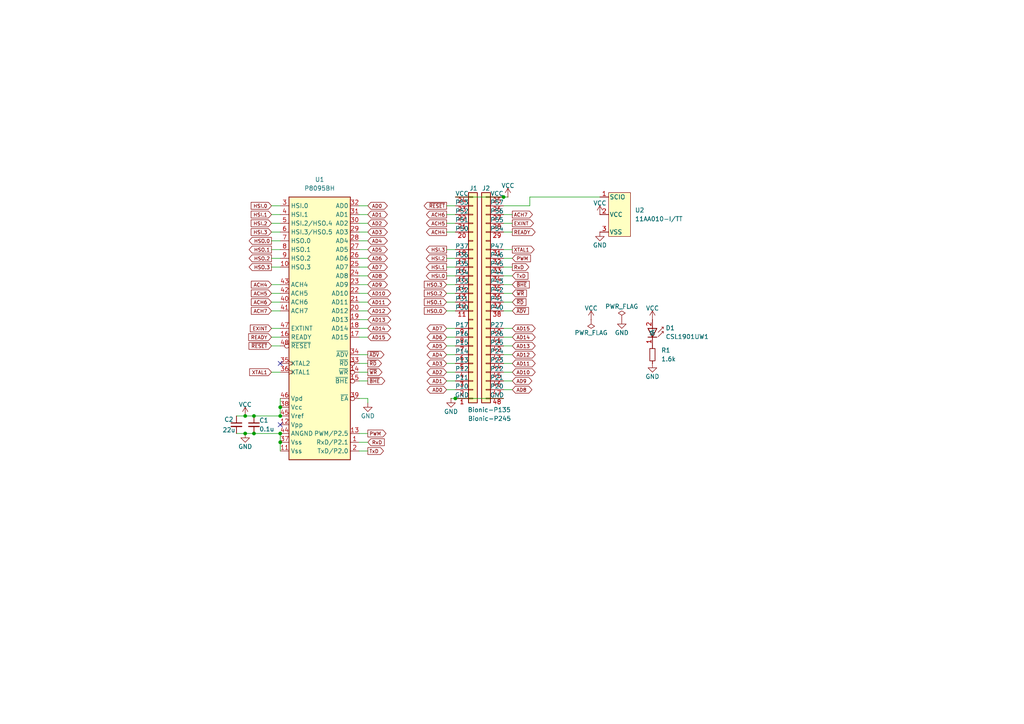
<source format=kicad_sch>
(kicad_sch (version 20250114) (generator "eeschema") (generator_version "9.0")
  (paper "A4")
  (title_block (title "BionicP8095") (date "2025-06-17") (rev "1") (company "Tadashi G. Takaoka"))
  (lib_symbols
    (symbol "Device:C_Small" (pin_numbers (hide yes)) (pin_names (offset 0.254) (hide yes))
      (property "Reference" "C" (at 0.254 1.778 0))
      (property "Value" "C_Small" (at 0.254 -2.032 0))
      (symbol "C_Small_0_1"
        (polyline (pts (xy -1.524 0.508) (xy 1.524 0.508)) (stroke (width 0.3048)))
        (polyline (pts (xy -1.524 -0.508) (xy 1.524 -0.508)) (stroke (width 0.3302)))
      )
      (symbol "C_Small_1_1"
        (pin passive line (at 0 2.54 270) (length 2.032) (name "~") (number "1"))
        (pin passive line (at 0 -2.54 90) (length 2.032) (name "~") (number "2"))
      )
    )
    (symbol "Device:R_Small" (pin_numbers (hide yes)) (pin_names (offset 0.254) (hide yes))
      (property "Reference" "R" (at 0 0 90))
      (property "Value" "R_Small" (at 1.778 0 90))
      (symbol "R_Small_0_1"
        (rectangle (start -0.762 1.778) (end 0.762 -1.778) (stroke (width 0.2032)))
      )
      (symbol "R_Small_1_1"
        (pin passive line (at 0 2.54 270) (length 0.762) (name "~") (number "1"))
        (pin passive line (at 0 -2.54 90) (length 0.762) (name "~") (number "2"))
      )
    )
    (symbol "bionic:Bionic-P135" (pin_names (offset 0))
      (property "Reference" "J" (at 0 30.48 0))
      (property "Value" "Bionic-P135" (at -1.27 -33.02 0))
      (symbol "Bionic-P135_1_1"
        (rectangle (start 0 28.067) (end -1.27 27.813) (stroke (width 0.1524)))
        (rectangle (start 0 25.527) (end -1.27 25.273) (stroke (width 0.1524)))
        (rectangle (start 0 22.987) (end -1.27 22.733) (stroke (width 0.1524)))
        (rectangle (start 0 20.447) (end -1.27 20.193) (stroke (width 0.1524)))
        (rectangle (start 0 17.907) (end -1.27 17.653) (stroke (width 0.1524)))
        (rectangle (start 0 15.367) (end -1.27 15.113) (stroke (width 0.1524)))
        (rectangle (start 0 12.827) (end -1.27 12.573) (stroke (width 0.1524)))
        (rectangle (start 0 10.287) (end -1.27 10.033) (stroke (width 0.1524)))
        (rectangle (start 0 7.747) (end -1.27 7.493) (stroke (width 0.1524)))
        (rectangle (start 0 5.207) (end -1.27 4.953) (stroke (width 0.1524)))
        (rectangle (start 0 2.667) (end -1.27 2.413) (stroke (width 0.1524)))
        (rectangle (start 0 0.127) (end -1.27 -0.127) (stroke (width 0.1524)))
        (rectangle (start 0 -2.413) (end -1.27 -2.667) (stroke (width 0.1524)))
        (rectangle (start 0 -4.953) (end -1.27 -5.207) (stroke (width 0.1524)))
        (rectangle (start 0 -7.493) (end -1.27 -7.747) (stroke (width 0.1524)))
        (rectangle (start 0 -10.033) (end -1.27 -10.287) (stroke (width 0.1524)))
        (rectangle (start 0 -12.573) (end -1.27 -12.827) (stroke (width 0.1524)))
        (rectangle (start 0 -15.113) (end -1.27 -15.367) (stroke (width 0.1524)))
        (rectangle (start 0 -17.653) (end -1.27 -17.907) (stroke (width 0.1524)))
        (rectangle (start 0 -20.193) (end -1.27 -20.447) (stroke (width 0.1524)))
        (rectangle (start 0 -22.733) (end -1.27 -22.987) (stroke (width 0.1524)))
        (rectangle (start 0 -25.273) (end -1.27 -25.527) (stroke (width 0.1524)))
        (rectangle (start 0 -27.813) (end -1.27 -28.067) (stroke (width 0.1524)))
        (rectangle (start 0 -30.353) (end -1.27 -30.607) (stroke (width 0.1524)))
        (rectangle (start 1.27 29.21) (end -1.27 -31.75) (stroke (width 0.254)) (fill (type background)))
        (pin power_in line (at -5.08 27.94 0) (length 3.81) (name "VCC") (number "24"))
        (pin bidirectional line (at -5.08 25.4 0) (length 3.81) (name "P53") (number "23"))
        (pin bidirectional line (at -5.08 22.86 0) (length 3.81) (name "P52") (number "22"))
        (pin bidirectional line (at -5.08 20.32 0) (length 3.81) (name "P51") (number "21"))
        (pin bidirectional line (at -5.08 17.78 0) (length 3.81) (name "P50") (number "20"))
        (pin bidirectional line (at -5.08 12.7 0) (length 3.81) (name "P37") (number "18"))
        (pin bidirectional line (at -5.08 10.16 0) (length 3.81) (name "P36") (number "17"))
        (pin bidirectional line (at -5.08 7.62 0) (length 3.81) (name "P35") (number "16"))
        (pin bidirectional line (at -5.08 5.08 0) (length 3.81) (name "P34") (number "15"))
        (pin bidirectional line (at -5.08 2.54 0) (length 3.81) (name "P33") (number "14"))
        (pin bidirectional line (at -5.08 0 0) (length 3.81) (name "P32") (number "13"))
        (pin bidirectional line (at -5.08 -2.54 0) (length 3.81) (name "P31") (number "12"))
        (pin bidirectional line (at -5.08 -5.08 0) (length 3.81) (name "P30") (number "11"))
        (pin bidirectional line (at -5.08 -10.16 0) (length 3.81) (name "P17") (number "9"))
        (pin bidirectional line (at -5.08 -12.7 0) (length 3.81) (name "P16") (number "8"))
        (pin bidirectional line (at -5.08 -15.24 0) (length 3.81) (name "P15") (number "7"))
        (pin bidirectional line (at -5.08 -17.78 0) (length 3.81) (name "P14") (number "6"))
        (pin bidirectional line (at -5.08 -20.32 0) (length 3.81) (name "P13") (number "5"))
        (pin bidirectional line (at -5.08 -22.86 0) (length 3.81) (name "P12") (number "4"))
        (pin bidirectional line (at -5.08 -25.4 0) (length 3.81) (name "P11") (number "3"))
        (pin bidirectional line (at -5.08 -27.94 0) (length 3.81) (name "P10") (number "2"))
        (pin power_in line (at -5.08 -30.48 0) (length 3.81) (name "GND") (number "1"))
      )
    )
    (symbol "bionic:Bionic-P245" (pin_names (offset 0))
      (property "Reference" "J" (at -3.81 30.48 0))
      (property "Value" "Bionic-P245" (at -1.27 -33.02 0))
      (symbol "Bionic-P245_1_1"
        (rectangle (start -2.54 29.21) (end -5.08 -31.75) (stroke (width 0.254)) (fill (type background)))
        (rectangle (start -2.54 27.813) (end -3.81 28.067) (stroke (width 0.1524)))
        (rectangle (start -2.54 25.273) (end -3.81 25.527) (stroke (width 0.1524)))
        (rectangle (start -2.54 22.733) (end -3.81 22.987) (stroke (width 0.1524)))
        (rectangle (start -2.54 20.193) (end -3.81 20.447) (stroke (width 0.1524)))
        (rectangle (start -2.54 17.653) (end -3.81 17.907) (stroke (width 0.1524)))
        (rectangle (start -2.54 15.113) (end -3.81 15.367) (stroke (width 0.1524)))
        (rectangle (start -2.54 12.573) (end -3.81 12.827) (stroke (width 0.1524)))
        (rectangle (start -2.54 10.033) (end -3.81 10.287) (stroke (width 0.1524)))
        (rectangle (start -2.54 7.493) (end -3.81 7.747) (stroke (width 0.1524)))
        (rectangle (start -2.54 4.953) (end -3.81 5.207) (stroke (width 0.1524)))
        (rectangle (start -2.54 2.413) (end -3.81 2.667) (stroke (width 0.1524)))
        (rectangle (start -2.54 -0.127) (end -3.81 0.127) (stroke (width 0.1524)))
        (rectangle (start -2.54 -2.667) (end -3.81 -2.413) (stroke (width 0.1524)))
        (rectangle (start -2.54 -5.207) (end -3.81 -4.953) (stroke (width 0.1524)))
        (rectangle (start -2.54 -7.747) (end -3.81 -7.493) (stroke (width 0.1524)))
        (rectangle (start -2.54 -10.287) (end -3.81 -10.033) (stroke (width 0.1524)))
        (rectangle (start -2.54 -12.827) (end -3.81 -12.573) (stroke (width 0.1524)))
        (rectangle (start -2.54 -15.367) (end -3.81 -15.113) (stroke (width 0.1524)))
        (rectangle (start -2.54 -17.907) (end -3.81 -17.653) (stroke (width 0.1524)))
        (rectangle (start -2.54 -20.447) (end -3.81 -20.193) (stroke (width 0.1524)))
        (rectangle (start -2.54 -22.987) (end -3.81 -22.733) (stroke (width 0.1524)))
        (rectangle (start -2.54 -25.527) (end -3.81 -25.273) (stroke (width 0.1524)))
        (rectangle (start -2.54 -28.067) (end -3.81 -27.813) (stroke (width 0.1524)))
        (rectangle (start -2.54 -30.607) (end -3.81 -30.353) (stroke (width 0.1524)))
        (pin power_in line (at 1.27 27.94 180) (length 3.81) (name "VCC") (number "25"))
        (pin bidirectional line (at 1.27 25.4 180) (length 3.81) (name "P57") (number "26"))
        (pin bidirectional line (at 1.27 22.86 180) (length 3.81) (name "P56") (number "27"))
        (pin bidirectional line (at 1.27 20.32 180) (length 3.81) (name "P55") (number "28"))
        (pin bidirectional line (at 1.27 17.78 180) (length 3.81) (name "P54") (number "29"))
        (pin bidirectional line (at 1.27 12.7 180) (length 3.81) (name "P47") (number "31"))
        (pin bidirectional line (at 1.27 10.16 180) (length 3.81) (name "P46") (number "32"))
        (pin bidirectional line (at 1.27 7.62 180) (length 3.81) (name "P45") (number "33"))
        (pin bidirectional line (at 1.27 5.08 180) (length 3.81) (name "P44") (number "34"))
        (pin bidirectional line (at 1.27 2.54 180) (length 3.81) (name "P43") (number "35"))
        (pin bidirectional line (at 1.27 0 180) (length 3.81) (name "P42") (number "36"))
        (pin bidirectional line (at 1.27 -2.54 180) (length 3.81) (name "P41") (number "37"))
        (pin bidirectional line (at 1.27 -5.08 180) (length 3.81) (name "P40") (number "38"))
        (pin bidirectional line (at 1.27 -10.16 180) (length 3.81) (name "P27") (number "40"))
        (pin bidirectional line (at 1.27 -12.7 180) (length 3.81) (name "P26") (number "41"))
        (pin bidirectional line (at 1.27 -15.24 180) (length 3.81) (name "P25") (number "42"))
        (pin bidirectional line (at 1.27 -17.78 180) (length 3.81) (name "P24") (number "43"))
        (pin bidirectional line (at 1.27 -20.32 180) (length 3.81) (name "P23") (number "44"))
        (pin bidirectional line (at 1.27 -22.86 180) (length 3.81) (name "P22") (number "45"))
        (pin bidirectional line (at 1.27 -25.4 180) (length 3.81) (name "P21") (number "46"))
        (pin bidirectional line (at 1.27 -27.94 180) (length 3.81) (name "P20") (number "47"))
        (pin power_in line (at 1.27 -30.48 180) (length 3.81) (name "GND") (number "48"))
      )
    )
    (symbol "cpu:P8095BH"
      (property "Reference" "U" (at -1.27 39.37 0))
      (property "Value" "P8095BH" (at 0 -39.116 0))
      (symbol "P8095BH_0_0"
        (pin input line (at -11.43 35.56 0) (length 2.54) (name "HSI.0") (number "3"))
        (pin input line (at -11.43 33.02 0) (length 2.54) (name "HSI.1") (number "4"))
        (pin bidirectional line (at -11.43 30.48 0) (length 2.54) (name "HSI.2/HSO.4") (number "5"))
        (pin bidirectional line (at -11.43 27.94 0) (length 2.54) (name "HSI.3/HSO.5") (number "6"))
        (pin bidirectional line (at -11.43 7.62 0) (length 2.54) (name "ACH6") (number "40"))
        (pin bidirectional line (at -11.43 5.08 0) (length 2.54) (name "ACH7") (number "41"))
        (pin input line (at -11.43 -25.4 0) (length 2.54) (name "Vref") (number "45"))
        (pin power_in line (at -11.43 -33.02 0) (length 2.54) (name "Vss") (number "37"))
        (pin input inverted (at 11.43 -20.32 180) (length 2.54) (name "~{EA}") (number "39"))
      )
      (symbol "P8095BH_0_1"
        (rectangle (start -8.89 -38.1) (end 8.89 38.1) (stroke (width 0.254)) (fill (type background)))
      )
      (symbol "P8095BH_1_1"
        (pin output line (at -11.43 25.4 0) (length 2.54) (name "HSO.0") (number "7"))
        (pin output line (at -11.43 22.86 0) (length 2.54) (name "HSO.1") (number "8"))
        (pin output line (at -11.43 20.32 0) (length 2.54) (name "HSO.2") (number "9"))
        (pin output line (at -11.43 17.78 0) (length 2.54) (name "HSO.3") (number "10"))
        (pin bidirectional line (at -11.43 12.7 0) (length 2.54) (name "ACH4") (number "43"))
        (pin bidirectional line (at -11.43 10.16 0) (length 2.54) (name "ACH5") (number "42"))
        (pin input line (at -11.43 0 0) (length 2.54) (name "EXTINT") (number "47"))
        (pin input line (at -11.43 -2.54 0) (length 2.54) (name "READY") (number "16"))
        (pin input inverted (at -11.43 -5.08 0) (length 2.54) (name "~{RESET}") (number "48"))
        (pin output clock (at -11.43 -10.16 0) (length 2.54) (name "XTAL2") (number "35"))
        (pin input clock (at -11.43 -12.7 0) (length 2.54) (name "XTAL1") (number "36"))
        (pin power_in line (at -11.43 -20.32 0) (length 2.54) (name "Vpd") (number "46"))
        (pin power_in line (at -11.43 -22.86 0) (length 2.54) (name "Vcc") (number "38"))
        (pin passive line (at -11.43 -27.94 0) (length 2.54) (name "Vpp") (number "12"))
        (pin power_in line (at -11.43 -30.48 0) (length 2.54) (name "ANGND") (number "44"))
        (pin power_in line (at -11.43 -35.56 0) (length 2.54) (name "Vss") (number "11"))
        (pin bidirectional line (at 11.43 35.56 180) (length 2.54) (name "AD0") (number "32"))
        (pin bidirectional line (at 11.43 33.02 180) (length 2.54) (name "AD1") (number "31"))
        (pin bidirectional line (at 11.43 30.48 180) (length 2.54) (name "AD2") (number "30"))
        (pin bidirectional line (at 11.43 27.94 180) (length 2.54) (name "AD3") (number "29"))
        (pin bidirectional line (at 11.43 25.4 180) (length 2.54) (name "AD4") (number "28"))
        (pin bidirectional line (at 11.43 22.86 180) (length 2.54) (name "AD5") (number "27"))
        (pin bidirectional line (at 11.43 20.32 180) (length 2.54) (name "AD6") (number "26"))
        (pin bidirectional line (at 11.43 17.78 180) (length 2.54) (name "AD7") (number "25"))
        (pin bidirectional line (at 11.43 15.24 180) (length 2.54) (name "AD8") (number "24"))
        (pin bidirectional line (at 11.43 12.7 180) (length 2.54) (name "AD9") (number "23"))
        (pin bidirectional line (at 11.43 10.16 180) (length 2.54) (name "AD10") (number "22"))
        (pin bidirectional line (at 11.43 7.62 180) (length 2.54) (name "AD11") (number "21"))
        (pin bidirectional line (at 11.43 5.08 180) (length 2.54) (name "AD12") (number "20"))
        (pin bidirectional line (at 11.43 2.54 180) (length 2.54) (name "AD13") (number "19"))
        (pin bidirectional line (at 11.43 0 180) (length 2.54) (name "AD14") (number "18"))
        (pin bidirectional line (at 11.43 -2.54 180) (length 2.54) (name "AD15") (number "17"))
        (pin output line (at 11.43 -7.62 180) (length 2.54) (name "~{ADV}") (number "34"))
        (pin output inverted (at 11.43 -10.16 180) (length 2.54) (name "~{RD}") (number "33"))
        (pin output inverted (at 11.43 -12.7 180) (length 2.54) (name "~{WR}") (number "14"))
        (pin output inverted (at 11.43 -15.24 180) (length 2.54) (name "~{BHE}") (number "15"))
        (pin bidirectional line (at 11.43 -30.48 180) (length 2.54) (name "PWM/P2.5") (number "13"))
        (pin input line (at 11.43 -33.02 180) (length 2.54) (name "RxD/P2.1") (number "1"))
        (pin output line (at 11.43 -35.56 180) (length 2.54) (name "TxD/P2.0") (number "2"))
      )
    )
    (symbol "microchip:11AA010-I_TT" (pin_names (offset 0.254))
      (property "Reference" "U" (at 2.54 1.27 0))
      (property "Value" "11AA010-I/TT" (at 3.81 -13.97 0))
      (symbol "11AA010-I_TT_1_1"
        (rectangle (start 0 0) (end 6.35 -12.7) (fill (type background)))
        (pin bidirectional line (at -2.54 -1.27 0) (length 2.54) (name "SCIO") (number "1"))
        (pin power_in line (at -2.54 -6.35 0) (length 2.54) (name "VCC") (number "2"))
        (pin power_in line (at -2.54 -11.43 0) (length 2.54) (name "VSS") (number "3"))
      )
    )
    (symbol "power:GND" (power) (pin_numbers (hide yes)) (pin_names (offset 0) (hide yes))
      (property "Value" "GND" (at 0 -3.81 0))
      (symbol "GND_0_1"
        (polyline (pts (xy 0 0) (xy 0 -1.27) (xy 1.27 -1.27) (xy 0 -2.54) (xy -1.27 -1.27) (xy 0 -1.27)))
      )
      (symbol "GND_1_1"
        (pin power_in line (at 0 0 270) (length 0) (name "~") (number "1"))
      )
    )
    (symbol "power:PWR_FLAG" (power) (pin_numbers (hide yes)) (pin_names (offset 0) (hide yes))
      (property "Value" "PWR_FLAG" (at 0 3.81 0))
      (symbol "PWR_FLAG_0_0"
        (pin power_out line (at 0 0 90) (length 0) (name "~") (number "1"))
      )
      (symbol "PWR_FLAG_0_1"
        (polyline (pts (xy 0 0) (xy 0 1.27) (xy -1.016 1.905) (xy 0 2.54) (xy 1.016 1.905) (xy 0 1.27)))
      )
    )
    (symbol "power:VCC" (power) (pin_numbers (hide yes)) (pin_names (offset 0) (hide yes))
      (property "Value" "VCC" (at 0 3.556 0))
      (symbol "VCC_0_1"
        (polyline (pts (xy -0.762 1.27) (xy 0 2.54)))
        (polyline (pts (xy 0 2.54) (xy 0.762 1.27)))
        (polyline (pts (xy 0 0) (xy 0 2.54)))
      )
      (symbol "VCC_1_1"
        (pin power_in line (at 0 0 90) (length 0) (name "~") (number "1"))
      )
    )
    (symbol "rhom:CSL1901UW1" (pin_names (offset 0.254))
      (property "Reference" "D" (at 3.81 -2.54 0))
      (property "Value" "CSL1901UW1" (at 3.81 -5.08 0))
      (symbol "CSL1901UW1_0_1"
        (polyline (pts (xy 2.159 3.175) (xy 2.667 3.175)))
        (polyline (pts (xy 2.54 0) (xy 5.08 0)))
        (polyline (pts (xy 2.54 -1.27) (xy 5.08 0) (xy 2.54 1.27) (xy 2.54 -1.27)) (stroke (width 0.254)))
        (polyline (pts (xy 3.683 1.651) (xy 2.159 3.175) (xy 2.159 2.667)))
        (polyline (pts (xy 4.953 1.651) (xy 3.429 3.175) (xy 3.429 2.667) (xy 3.429 3.175) (xy 3.937 3.175)))
        (polyline (pts (xy 5.08 1.27) (xy 5.08 -1.27)) (stroke (width 0.254)))
      )
      (symbol "CSL1901UW1_1_1"
        (pin passive line (at 0 0 0) (length 2.54) (name "A") (number "2"))
        (pin passive line (at 7.62 0 180) (length 2.54) (name "K") (number "1"))
      )
      (symbol "CSL1901UW1_1_2"
        (polyline (pts (xy -5.08 8.255) (xy -5.08 7.62)) (stroke (width 0.2032)))
        (polyline (pts (xy -5.08 7.62) (xy -4.445 8.255)) (stroke (width 0.2032)))
        (polyline (pts (xy -4.445 10.16) (xy -4.445 9.525)) (stroke (width 0.2032)))
        (polyline (pts (xy -4.445 9.525) (xy -3.81 10.16)) (stroke (width 0.2032)))
        (polyline (pts (xy -4.445 8.255) (xy -5.08 8.255)) (stroke (width 0.2032)))
        (polyline (pts (xy -4.445 6.35) (xy -3.81 6.985)) (stroke (width 0.2032)))
        (polyline (pts (xy -3.81 10.16) (xy -4.445 10.16)) (stroke (width 0.2032)))
        (polyline (pts (xy -3.81 8.255) (xy -3.175 8.89)) (stroke (width 0.2032)))
        (polyline (pts (xy -3.81 6.985) (xy -5.08 8.255)) (stroke (width 0.2032)))
        (polyline (pts (xy -3.175 8.89) (xy -4.445 10.16)) (stroke (width 0.2032)))
        (polyline (pts (xy -3.175 5.08) (xy -4.445 6.35)) (stroke (width 0.2032)))
        (polyline (pts (xy -2.54 6.985) (xy -3.81 8.255)) (stroke (width 0.2032)))
        (polyline (pts (xy -1.905 3.81) (xy 1.905 3.81)) (stroke (width 0.2032)))
        (polyline (pts (xy 0 6.35) (xy -1.905 3.81)) (stroke (width 0.2032)))
        (polyline (pts (xy 0 6.35) (xy 0 7.62)) (stroke (width 0.2032)))
        (polyline (pts (xy 0 3.175) (xy 0 3.81)) (stroke (width 0.2032)))
        (polyline (pts (xy 0 2.54) (xy 0 3.4798)) (stroke (width 0.2032)))
        (polyline (pts (xy 1.905 6.35) (xy -1.905 6.35)) (stroke (width 0.2032)))
        (polyline (pts (xy 1.905 3.81) (xy 0 6.35)) (stroke (width 0.2032)))
        (pin unspecified line (at 0 10.16 270) (length 2.54) (name "") (number "1"))
        (pin unspecified line (at 0 0 90) (length 2.54) (name "") (number "2"))
      )
    )
  )
  (junction (at 146.05 57.15))
  (junction (at 81.28 118.11))
  (junction (at 81.28 120.65))
  (junction (at 71.12 120.65))
  (junction (at 81.28 128.27))
  (junction (at 81.28 125.73))
  (junction (at 71.12 125.73))
  (junction (at 132.08 115.57))
  (junction (at 73.66 125.73))
  (junction (at 73.66 120.65))
  (no_connect (at 81.28 123.19))
  (no_connect (at 81.28 105.41))
  (wire (pts (xy 78.74 107.95) (xy 81.28 107.95)))
  (wire (pts (xy 129.54 80.01) (xy 132.08 80.01)))
  (wire (pts (xy 129.54 59.69) (xy 132.08 59.69)))
  (wire (pts (xy 104.14 80.01) (xy 106.68 80.01)))
  (wire (pts (xy 104.14 125.73) (xy 106.68 125.73)))
  (wire (pts (xy 73.66 120.65) (xy 81.28 120.65)))
  (wire (pts (xy 146.05 80.01) (xy 148.59 80.01)))
  (wire (pts (xy 146.05 64.77) (xy 148.59 64.77)))
  (wire (pts (xy 146.05 67.31) (xy 148.59 67.31)))
  (wire (pts (xy 78.74 82.55) (xy 81.28 82.55)))
  (wire (pts (xy 104.14 59.69) (xy 106.68 59.69)))
  (wire (pts (xy 146.05 72.39) (xy 148.59 72.39)))
  (wire (pts (xy 129.54 100.33) (xy 132.08 100.33)))
  (wire (pts (xy 81.28 115.57) (xy 81.28 118.11)))
  (wire (pts (xy 68.58 120.65) (xy 71.12 120.65)))
  (wire (pts (xy 146.05 95.25) (xy 148.59 95.25)))
  (wire (pts (xy 78.74 77.47) (xy 81.28 77.47)))
  (wire (pts (xy 104.14 128.27) (xy 106.68 128.27)))
  (wire (pts (xy 146.05 110.49) (xy 148.59 110.49)))
  (wire (pts (xy 146.05 107.95) (xy 148.59 107.95)))
  (wire (pts (xy 104.14 110.49) (xy 106.68 110.49)))
  (wire (pts (xy 104.14 90.17) (xy 106.68 90.17)))
  (wire (pts (xy 129.54 74.93) (xy 132.08 74.93)))
  (wire (pts (xy 73.66 125.73) (xy 81.28 125.73)))
  (wire (pts (xy 81.28 128.27) (xy 81.28 130.81)))
  (wire (pts (xy 146.05 100.33) (xy 148.59 100.33)))
  (wire (pts (xy 78.74 87.63) (xy 81.28 87.63)))
  (wire (pts (xy 78.74 85.09) (xy 81.28 85.09)))
  (wire (pts (xy 104.14 95.25) (xy 106.68 95.25)))
  (wire (pts (xy 146.05 102.87) (xy 148.59 102.87)))
  (wire (pts (xy 106.68 115.57) (xy 106.68 116.84)))
  (wire (pts (xy 78.74 72.39) (xy 81.28 72.39)))
  (wire (pts (xy 78.74 59.69) (xy 81.28 59.69)))
  (wire (pts (xy 104.14 102.87) (xy 106.68 102.87)))
  (wire (pts (xy 104.14 92.71) (xy 106.68 92.71)))
  (wire (pts (xy 104.14 69.85) (xy 106.68 69.85)))
  (wire (pts (xy 129.54 90.17) (xy 132.08 90.17)))
  (wire (pts (xy 146.05 57.15) (xy 147.32 57.15)))
  (wire (pts (xy 129.54 67.31) (xy 132.08 67.31)))
  (wire (pts (xy 104.14 97.79) (xy 106.68 97.79)))
  (wire (pts (xy 129.54 102.87) (xy 132.08 102.87)))
  (wire (pts (xy 104.14 105.41) (xy 106.68 105.41)))
  (wire (pts (xy 104.14 115.57) (xy 106.68 115.57)))
  (wire (pts (xy 104.14 87.63) (xy 106.68 87.63)))
  (wire (pts (xy 129.54 77.47) (xy 132.08 77.47)))
  (wire (pts (xy 129.54 97.79) (xy 132.08 97.79)))
  (wire (pts (xy 129.54 85.09) (xy 132.08 85.09)))
  (wire (pts (xy 129.54 110.49) (xy 132.08 110.49)))
  (wire (pts (xy 146.05 105.41) (xy 148.59 105.41)))
  (wire (pts (xy 81.28 118.11) (xy 81.28 120.65)))
  (wire (pts (xy 146.05 85.09) (xy 148.59 85.09)))
  (wire (pts (xy 68.58 125.73) (xy 71.12 125.73)))
  (wire (pts (xy 153.67 57.15) (xy 153.67 59.69)))
  (wire (pts (xy 146.05 113.03) (xy 148.59 113.03)))
  (wire (pts (xy 81.28 125.73) (xy 81.28 128.27)))
  (wire (pts (xy 129.54 62.23) (xy 132.08 62.23)))
  (wire (pts (xy 129.54 107.95) (xy 132.08 107.95)))
  (wire (pts (xy 78.74 62.23) (xy 81.28 62.23)))
  (wire (pts (xy 146.05 74.93) (xy 148.59 74.93)))
  (wire (pts (xy 104.14 130.81) (xy 106.68 130.81)))
  (wire (pts (xy 130.81 115.57) (xy 132.08 115.57)))
  (wire (pts (xy 104.14 72.39) (xy 106.68 72.39)))
  (wire (pts (xy 104.14 74.93) (xy 106.68 74.93)))
  (wire (pts (xy 71.12 120.65) (xy 73.66 120.65)))
  (wire (pts (xy 129.54 113.03) (xy 132.08 113.03)))
  (wire (pts (xy 104.14 67.31) (xy 106.68 67.31)))
  (wire (pts (xy 146.05 97.79) (xy 148.59 97.79)))
  (wire (pts (xy 153.67 57.15) (xy 173.99 57.15)))
  (wire (pts (xy 104.14 82.55) (xy 106.68 82.55)))
  (wire (pts (xy 104.14 64.77) (xy 106.68 64.77)))
  (wire (pts (xy 146.05 87.63) (xy 148.59 87.63)))
  (wire (pts (xy 132.08 57.15) (xy 146.05 57.15)))
  (wire (pts (xy 132.08 115.57) (xy 146.05 115.57)))
  (wire (pts (xy 146.05 82.55) (xy 148.59 82.55)))
  (wire (pts (xy 129.54 82.55) (xy 132.08 82.55)))
  (wire (pts (xy 129.54 64.77) (xy 132.08 64.77)))
  (wire (pts (xy 104.14 107.95) (xy 106.68 107.95)))
  (wire (pts (xy 104.14 62.23) (xy 106.68 62.23)))
  (wire (pts (xy 146.05 62.23) (xy 148.59 62.23)))
  (wire (pts (xy 129.54 87.63) (xy 132.08 87.63)))
  (wire (pts (xy 78.74 69.85) (xy 81.28 69.85)))
  (wire (pts (xy 78.74 97.79) (xy 81.28 97.79)))
  (wire (pts (xy 78.74 100.33) (xy 81.28 100.33)))
  (wire (pts (xy 129.54 95.25) (xy 132.08 95.25)))
  (wire (pts (xy 146.05 90.17) (xy 148.59 90.17)))
  (wire (pts (xy 104.14 77.47) (xy 106.68 77.47)))
  (wire (pts (xy 78.74 64.77) (xy 81.28 64.77)))
  (wire (pts (xy 78.74 90.17) (xy 81.28 90.17)))
  (wire (pts (xy 78.74 95.25) (xy 81.28 95.25)))
  (wire (pts (xy 71.12 125.73) (xy 73.66 125.73)))
  (wire (pts (xy 78.74 74.93) (xy 81.28 74.93)))
  (wire (pts (xy 104.14 85.09) (xy 106.68 85.09)))
  (wire (pts (xy 129.54 105.41) (xy 132.08 105.41)))
  (wire (pts (xy 129.54 72.39) (xy 132.08 72.39)))
  (wire (pts (xy 78.74 67.31) (xy 81.28 67.31)))
  (wire (pts (xy 146.05 77.47) (xy 148.59 77.47)))
  (wire (pts (xy 153.67 59.69) (xy 146.05 59.69)))
  (global_label "AD12" (shape bidirectional) (at 106.68 90.17 0) (effects (font (size 1.016 1.016))) (property "Intersheetrefs" "${INTERSHEET_REFS}" (effects (hide yes))))
  (global_label "AD2" (shape bidirectional) (at 106.68 64.77 0) (effects (font (size 1.016 1.016))) (property "Intersheetrefs" "${INTERSHEET_REFS}" (effects (hide yes))))
  (global_label "HSO.0" (shape output) (at 78.74 69.85 180) (effects (font (size 1.016 1.016))) (property "Intersheetrefs" "${INTERSHEET_REFS}" (effects (hide yes))))
  (global_label "EXINT" (shape output) (at 148.59 64.77 0) (effects (font (size 1.016 1.016))) (property "Intersheetrefs" "${INTERSHEET_REFS}" (effects (hide yes))))
  (global_label "ACH7" (shape input) (at 78.74 90.17 180) (effects (font (size 1.016 1.016))) (property "Intersheetrefs" "${INTERSHEET_REFS}" (effects (hide yes))))
  (global_label "AD7" (shape bidirectional) (at 106.68 77.47 0) (effects (font (size 1.016 1.016))) (property "Intersheetrefs" "${INTERSHEET_REFS}" (effects (hide yes))))
  (global_label "~{RESET}" (shape output) (at 129.54 59.69 180) (effects (font (size 1.016 1.016))) (property "Intersheetrefs" "${INTERSHEET_REFS}" (effects (hide yes))))
  (global_label "ACH5" (shape output) (at 129.54 64.77 180) (effects (font (size 1.016 1.016))) (property "Intersheetrefs" "${INTERSHEET_REFS}" (effects (hide yes))))
  (global_label "~{ADV}" (shape input) (at 148.59 90.17 0) (effects (font (size 1.016 1.016))) (property "Intersheetrefs" "${INTERSHEET_REFS}" (effects (hide yes))))
  (global_label "AD15" (shape bidirectional) (at 106.68 97.79 0) (effects (font (size 1.016 1.016))) (property "Intersheetrefs" "${INTERSHEET_REFS}" (effects (hide yes))))
  (global_label "~{RESET}" (shape input) (at 78.74 100.33 180) (effects (font (size 1.016 1.016))) (property "Intersheetrefs" "${INTERSHEET_REFS}" (effects (hide yes))))
  (global_label "HSO.1" (shape output) (at 78.74 72.39 180) (effects (font (size 1.016 1.016))) (property "Intersheetrefs" "${INTERSHEET_REFS}" (effects (hide yes))))
  (global_label "ACH5" (shape input) (at 78.74 85.09 180) (effects (font (size 1.016 1.016))) (property "Intersheetrefs" "${INTERSHEET_REFS}" (effects (hide yes))))
  (global_label "READY" (shape output) (at 148.59 67.31 0) (effects (font (size 1.016 1.016))) (property "Intersheetrefs" "${INTERSHEET_REFS}" (effects (hide yes))))
  (global_label "AD6" (shape bidirectional) (at 106.68 74.93 0) (effects (font (size 1.016 1.016))) (property "Intersheetrefs" "${INTERSHEET_REFS}" (effects (hide yes))))
  (global_label "ACH4" (shape output) (at 129.54 67.31 180) (effects (font (size 1.016 1.016))) (property "Intersheetrefs" "${INTERSHEET_REFS}" (effects (hide yes))))
  (global_label "HSI.2" (shape input) (at 78.74 64.77 180) (effects (font (size 1.016 1.016))) (property "Intersheetrefs" "${INTERSHEET_REFS}" (effects (hide yes))))
  (global_label "ACH6" (shape output) (at 129.54 62.23 180) (effects (font (size 1.016 1.016))) (property "Intersheetrefs" "${INTERSHEET_REFS}" (effects (hide yes))))
  (global_label "AD4" (shape bidirectional) (at 106.68 69.85 0) (effects (font (size 1.016 1.016))) (property "Intersheetrefs" "${INTERSHEET_REFS}" (effects (hide yes))))
  (global_label "AD10" (shape bidirectional) (at 148.59 107.95 0) (effects (font (size 1.016 1.016))) (property "Intersheetrefs" "${INTERSHEET_REFS}" (effects (hide yes))))
  (global_label "PWM" (shape output) (at 106.68 125.73 0) (effects (font (size 1.016 1.016))) (property "Intersheetrefs" "${INTERSHEET_REFS}" (effects (hide yes))))
  (global_label "AD15" (shape bidirectional) (at 148.59 95.25 0) (effects (font (size 1.016 1.016))) (property "Intersheetrefs" "${INTERSHEET_REFS}" (effects (hide yes))))
  (global_label "~{BHE}" (shape input) (at 148.59 82.55 0) (effects (font (size 1.016 1.016))) (property "Intersheetrefs" "${INTERSHEET_REFS}" (effects (hide yes))))
  (global_label "XTAL1" (shape input) (at 78.74 107.95 180) (effects (font (size 1.016 1.016))) (property "Intersheetrefs" "${INTERSHEET_REFS}" (effects (hide yes))))
  (global_label "~{RD}" (shape input) (at 148.59 87.63 0) (effects (font (size 1.016 1.016))) (property "Intersheetrefs" "${INTERSHEET_REFS}" (effects (hide yes))))
  (global_label "AD13" (shape bidirectional) (at 106.68 92.71 0) (effects (font (size 1.016 1.016))) (property "Intersheetrefs" "${INTERSHEET_REFS}" (effects (hide yes))))
  (global_label "AD10" (shape bidirectional) (at 106.68 85.09 0) (effects (font (size 1.016 1.016))) (property "Intersheetrefs" "${INTERSHEET_REFS}" (effects (hide yes))))
  (global_label "AD8" (shape bidirectional) (at 148.59 113.03 0) (effects (font (size 1.016 1.016))) (property "Intersheetrefs" "${INTERSHEET_REFS}" (effects (hide yes))))
  (global_label "PWM" (shape input) (at 148.59 74.93 0) (effects (font (size 1.016 1.016))) (property "Intersheetrefs" "${INTERSHEET_REFS}" (effects (hide yes))))
  (global_label "RxD" (shape input) (at 106.68 128.27 0) (effects (font (size 1.016 1.016))) (property "Intersheetrefs" "${INTERSHEET_REFS}" (effects (hide yes))))
  (global_label "TxD" (shape output) (at 106.68 130.81 0) (effects (font (size 1.016 1.016))) (property "Intersheetrefs" "${INTERSHEET_REFS}" (effects (hide yes))))
  (global_label "AD7" (shape bidirectional) (at 129.54 95.25 180) (effects (font (size 1.016 1.016))) (property "Intersheetrefs" "${INTERSHEET_REFS}" (effects (hide yes))))
  (global_label "AD6" (shape bidirectional) (at 129.54 97.79 180) (effects (font (size 1.016 1.016))) (property "Intersheetrefs" "${INTERSHEET_REFS}" (effects (hide yes))))
  (global_label "~{WR}" (shape output) (at 106.68 107.95 0) (effects (font (size 1.016 1.016))) (property "Intersheetrefs" "${INTERSHEET_REFS}" (effects (hide yes))))
  (global_label "AD8" (shape bidirectional) (at 106.68 80.01 0) (effects (font (size 1.016 1.016))) (property "Intersheetrefs" "${INTERSHEET_REFS}" (effects (hide yes))))
  (global_label "AD12" (shape bidirectional) (at 148.59 102.87 0) (effects (font (size 1.016 1.016))) (property "Intersheetrefs" "${INTERSHEET_REFS}" (effects (hide yes))))
  (global_label "AD4" (shape bidirectional) (at 129.54 102.87 180) (effects (font (size 1.016 1.016))) (property "Intersheetrefs" "${INTERSHEET_REFS}" (effects (hide yes))))
  (global_label "AD0" (shape bidirectional) (at 106.68 59.69 0) (effects (font (size 1.016 1.016))) (property "Intersheetrefs" "${INTERSHEET_REFS}" (effects (hide yes))))
  (global_label "HSI.3" (shape output) (at 129.54 72.39 180) (effects (font (size 1.016 1.016))) (property "Intersheetrefs" "${INTERSHEET_REFS}" (effects (hide yes))))
  (global_label "~{ADV}" (shape output) (at 106.68 102.87 0) (effects (font (size 1.016 1.016))) (property "Intersheetrefs" "${INTERSHEET_REFS}" (effects (hide yes))))
  (global_label "AD9" (shape bidirectional) (at 148.59 110.49 0) (effects (font (size 1.016 1.016))) (property "Intersheetrefs" "${INTERSHEET_REFS}" (effects (hide yes))))
  (global_label "HSO.3" (shape output) (at 78.74 77.47 180) (effects (font (size 1.016 1.016))) (property "Intersheetrefs" "${INTERSHEET_REFS}" (effects (hide yes))))
  (global_label "TxD" (shape input) (at 148.59 80.01 0) (effects (font (size 1.016 1.016))) (property "Intersheetrefs" "${INTERSHEET_REFS}" (effects (hide yes))))
  (global_label "~{BHE}" (shape output) (at 106.68 110.49 0) (effects (font (size 1.016 1.016))) (property "Intersheetrefs" "${INTERSHEET_REFS}" (effects (hide yes))))
  (global_label "AD2" (shape bidirectional) (at 129.54 107.95 180) (effects (font (size 1.016 1.016))) (property "Intersheetrefs" "${INTERSHEET_REFS}" (effects (hide yes))))
  (global_label "AD11" (shape bidirectional) (at 106.68 87.63 0) (effects (font (size 1.016 1.016))) (property "Intersheetrefs" "${INTERSHEET_REFS}" (effects (hide yes))))
  (global_label "AD1" (shape bidirectional) (at 106.68 62.23 0) (effects (font (size 1.016 1.016))) (property "Intersheetrefs" "${INTERSHEET_REFS}" (effects (hide yes))))
  (global_label "RxD" (shape output) (at 148.59 77.47 0) (effects (font (size 1.016 1.016))) (property "Intersheetrefs" "${INTERSHEET_REFS}" (effects (hide yes))))
  (global_label "AD14" (shape bidirectional) (at 106.68 95.25 0) (effects (font (size 1.016 1.016))) (property "Intersheetrefs" "${INTERSHEET_REFS}" (effects (hide yes))))
  (global_label "HSI.0" (shape output) (at 129.54 80.01 180) (effects (font (size 1.016 1.016))) (property "Intersheetrefs" "${INTERSHEET_REFS}" (effects (hide yes))))
  (global_label "AD3" (shape bidirectional) (at 106.68 67.31 0) (effects (font (size 1.016 1.016))) (property "Intersheetrefs" "${INTERSHEET_REFS}" (effects (hide yes))))
  (global_label "AD0" (shape bidirectional) (at 129.54 113.03 180) (effects (font (size 1.016 1.016))) (property "Intersheetrefs" "${INTERSHEET_REFS}" (effects (hide yes))))
  (global_label "AD11" (shape bidirectional) (at 148.59 105.41 0) (effects (font (size 1.016 1.016))) (property "Intersheetrefs" "${INTERSHEET_REFS}" (effects (hide yes))))
  (global_label "EXINT" (shape input) (at 78.74 95.25 180) (effects (font (size 1.016 1.016))) (property "Intersheetrefs" "${INTERSHEET_REFS}" (effects (hide yes))))
  (global_label "HSI.1" (shape output) (at 129.54 77.47 180) (effects (font (size 1.016 1.016))) (property "Intersheetrefs" "${INTERSHEET_REFS}" (effects (hide yes))))
  (global_label "HSI.2" (shape output) (at 129.54 74.93 180) (effects (font (size 1.016 1.016))) (property "Intersheetrefs" "${INTERSHEET_REFS}" (effects (hide yes))))
  (global_label "HSO.3" (shape input) (at 129.54 82.55 180) (effects (font (size 1.016 1.016))) (property "Intersheetrefs" "${INTERSHEET_REFS}" (effects (hide yes))))
  (global_label "AD14" (shape bidirectional) (at 148.59 97.79 0) (effects (font (size 1.016 1.016))) (property "Intersheetrefs" "${INTERSHEET_REFS}" (effects (hide yes))))
  (global_label "ACH7" (shape output) (at 148.59 62.23 0) (effects (font (size 1.016 1.016))) (property "Intersheetrefs" "${INTERSHEET_REFS}" (effects (hide yes))))
  (global_label "~{WR}" (shape input) (at 148.59 85.09 0) (effects (font (size 1.016 1.016))) (property "Intersheetrefs" "${INTERSHEET_REFS}" (effects (hide yes))))
  (global_label "AD9" (shape bidirectional) (at 106.68 82.55 0) (effects (font (size 1.016 1.016))) (property "Intersheetrefs" "${INTERSHEET_REFS}" (effects (hide yes))))
  (global_label "AD5" (shape bidirectional) (at 106.68 72.39 0) (effects (font (size 1.016 1.016))) (property "Intersheetrefs" "${INTERSHEET_REFS}" (effects (hide yes))))
  (global_label "AD13" (shape bidirectional) (at 148.59 100.33 0) (effects (font (size 1.016 1.016))) (property "Intersheetrefs" "${INTERSHEET_REFS}" (effects (hide yes))))
  (global_label "HSI.1" (shape input) (at 78.74 62.23 180) (effects (font (size 1.016 1.016))) (property "Intersheetrefs" "${INTERSHEET_REFS}" (effects (hide yes))))
  (global_label "READY" (shape input) (at 78.74 97.79 180) (effects (font (size 1.016 1.016))) (property "Intersheetrefs" "${INTERSHEET_REFS}" (effects (hide yes))))
  (global_label "XTAL1" (shape output) (at 148.59 72.39 0) (effects (font (size 1.016 1.016))) (property "Intersheetrefs" "${INTERSHEET_REFS}" (effects (hide yes))))
  (global_label "HSI.3" (shape input) (at 78.74 67.31 180) (effects (font (size 1.016 1.016))) (property "Intersheetrefs" "${INTERSHEET_REFS}" (effects (hide yes))))
  (global_label "HSO.1" (shape input) (at 129.54 87.63 180) (effects (font (size 1.016 1.016))) (property "Intersheetrefs" "${INTERSHEET_REFS}" (effects (hide yes))))
  (global_label "HSO.0" (shape input) (at 129.54 90.17 180) (effects (font (size 1.016 1.016))) (property "Intersheetrefs" "${INTERSHEET_REFS}" (effects (hide yes))))
  (global_label "ACH6" (shape input) (at 78.74 87.63 180) (effects (font (size 1.016 1.016))) (property "Intersheetrefs" "${INTERSHEET_REFS}" (effects (hide yes))))
  (global_label "ACH4" (shape input) (at 78.74 82.55 180) (effects (font (size 1.016 1.016))) (property "Intersheetrefs" "${INTERSHEET_REFS}" (effects (hide yes))))
  (global_label "HSO.2" (shape output) (at 78.74 74.93 180) (effects (font (size 1.016 1.016))) (property "Intersheetrefs" "${INTERSHEET_REFS}" (effects (hide yes))))
  (global_label "AD1" (shape bidirectional) (at 129.54 110.49 180) (effects (font (size 1.016 1.016))) (property "Intersheetrefs" "${INTERSHEET_REFS}" (effects (hide yes))))
  (global_label "HSO.2" (shape input) (at 129.54 85.09 180) (effects (font (size 1.016 1.016))) (property "Intersheetrefs" "${INTERSHEET_REFS}" (effects (hide yes))))
  (global_label "HSI.0" (shape input) (at 78.74 59.69 180) (effects (font (size 1.016 1.016))) (property "Intersheetrefs" "${INTERSHEET_REFS}" (effects (hide yes))))
  (global_label "AD3" (shape bidirectional) (at 129.54 105.41 180) (effects (font (size 1.016 1.016))) (property "Intersheetrefs" "${INTERSHEET_REFS}" (effects (hide yes))))
  (global_label "~{RD}" (shape output) (at 106.68 105.41 0) (effects (font (size 1.016 1.016))) (property "Intersheetrefs" "${INTERSHEET_REFS}" (effects (hide yes))))
  (global_label "AD5" (shape bidirectional) (at 129.54 100.33 180) (effects (font (size 1.016 1.016))) (property "Intersheetrefs" "${INTERSHEET_REFS}" (effects (hide yes))))
  (symbol (lib_id "power:GND") (at 173.99 67.31 0) (unit 1)
    (property "Reference" "#PWR04" (effects (hide yes)))
    (property "Value" "GND" (at 173.99 71.12 0))
    (property "Description" "Power symbol creates a global label with name \"GND\" , ground" (effects (hide yes)))
  )
  (symbol (lib_id "bionic:Bionic-P135") (at 137.16 85.09 0) (unit 1)
    (property "Reference" "J1" (at 136.144 54.61 0) (effects (justify left)))
    (property "Value" "Bionic-P135" (at 135.636 118.872 0) (effects (justify left)))
    (property "Footprint" "bionic:Bionic-P135_Vertical" (effects (hide yes)))
    (property "Description" "Generic connector, single row, 01x24, script generated (kicad-library-utils/schlib/autogen/connector/)" (effects (hide yes)))
  )
  (symbol (lib_id "power:GND") (at 106.68 116.84 0) (unit 1)
    (property "Reference" "#PWR011" (effects (hide yes)))
    (property "Value" "GND" (at 106.68 120.65 0))
    (property "Description" "Power symbol creates a global label with name \"GND\" , ground" (effects (hide yes)))
  )
  (symbol (lib_id "power:VCC") (at 171.45 92.71 0) (unit 1)
    (property "Reference" "#PWR09" (effects (hide yes)))
    (property "Value" "VCC" (at 171.45 89.408 0))
    (property "Description" "Power symbol creates a global label with name \"VCC\"" (effects (hide yes)))
  )
  (symbol (lib_id "power:PWR_FLAG") (at 180.34 92.71 0) (unit 1)
    (property "Reference" "#FLG01" (effects (hide yes)))
    (property "Value" "PWR_FLAG" (at 180.34 88.9 0))
    (property "Description" "Special symbol for telling ERC where power comes from" (effects (hide yes)))
  )
  (symbol (lib_id "bionic:Bionic-P245") (at 144.78 85.09 0) (unit 1)
    (property "Reference" "J2" (at 140.97 54.61 0))
    (property "Value" "Bionic-P245" (at 141.986 121.412 0))
    (property "Footprint" "bionic:Bionic-P245_Vertical" (effects (hide yes)))
    (property "Description" "Generic connector, single row, 01x24, script generated (kicad-library-utils/schlib/autogen/connector/)" (effects (hide yes)))
  )
  (symbol (lib_id "power:VCC") (at 189.23 92.71 0) (unit 1)
    (property "Reference" "#PWR08" (effects (hide yes)))
    (property "Value" "VCC" (at 189.23 89.408 0))
    (property "Description" "Power symbol creates a global label with name \"VCC\"" (effects (hide yes)))
  )
  (symbol (lib_id "power:VCC") (at 147.32 57.15 0) (unit 1)
    (property "Reference" "#PWR06" (effects (hide yes)))
    (property "Value" "VCC" (at 147.32 53.848 0))
    (property "Description" "Power symbol creates a global label with name \"VCC\"" (effects (hide yes)))
  )
  (symbol (lib_id "power:GND") (at 189.23 105.41 0) (unit 1)
    (property "Reference" "#PWR07" (effects (hide yes)))
    (property "Value" "GND" (at 189.23 109.22 0))
    (property "Description" "Power symbol creates a global label with name \"GND\" , ground" (effects (hide yes)))
  )
  (symbol (lib_id "rhom:CSL1901UW1") (at 189.23 92.71 270) (unit 1)
    (property "Reference" "D1" (at 193.04 95.1229 90) (effects (justify left)))
    (property "Value" "CSL1901UW1" (at 193.04 97.6629 90) (effects (justify left)))
    (property "Footprint" "rhom:LED_CSL1901UW1_ROM-M" (effects (hide yes)))
    (property "Datasheet" "https://fscdn.rohm.com/en/products/databook/datasheet/opto/led/chip_mono/csl1901uw1-e.pdf" (effects (hide yes)))
    (property "Description" "Red LED (Low Current Emission, SMD)" (effects (hide yes)))
  )
  (symbol (lib_id "power:VCC") (at 71.12 120.65 0) (unit 1)
    (property "Reference" "#PWR01" (effects (hide yes)))
    (property "Value" "VCC" (at 71.12 117.348 0))
    (property "Description" "Power symbol creates a global label with name \"VCC\"" (effects (hide yes)))
  )
  (symbol (lib_id "power:VCC") (at 173.99 62.23 0) (unit 1)
    (property "Reference" "#PWR03" (effects (hide yes)))
    (property "Value" "VCC" (at 173.99 58.928 0))
    (property "Description" "Power symbol creates a global label with name \"VCC\"" (effects (hide yes)))
  )
  (symbol (lib_id "cpu:P8095BH") (at 92.71 95.25 0) (unit 1)
    (property "Reference" "U1" (at 92.71 52.07 0))
    (property "Value" "P8095BH" (at 92.71 54.61 0))
    (property "Footprint" "bionic:DIP-48_W15.24mm_Socket" (effects (hide yes)))
    (property "Datasheet" "https://pdf1.alldatasheet.com/datasheet-pdf/view/117276/INTEL/P8095BH.html" (effects (hide yes)))
    (property "Description" "8-bit General Purpose Microprocessor, DIP-40" (effects (hide yes)))
  )
  (symbol (lib_id "Device:R_Small") (at 189.23 102.87 0) (unit 1)
    (property "Reference" "R1" (at 191.77 101.5999 0) (effects (justify left)))
    (property "Value" "1.6k" (at 191.77 104.1399 0) (effects (justify left)))
    (property "Footprint" "Resistor_SMD:R_0603_1608Metric_Pad0.98x0.95mm_HandSolder" (effects (hide yes)))
    (property "Description" "Resistor, small symbol" (effects (hide yes)))
  )
  (symbol (lib_id "power:PWR_FLAG") (at 171.45 92.71 180) (unit 1)
    (property "Reference" "#FLG02" (effects (hide yes)))
    (property "Value" "PWR_FLAG" (at 171.45 96.52 0))
    (property "Description" "Special symbol for telling ERC where power comes from" (effects (hide yes)))
  )
  (symbol (lib_id "microchip:11AA010-I_TT") (at 176.53 55.88 0) (unit 1)
    (property "Reference" "U2" (at 184.15 60.9599 0) (effects (justify left)))
    (property "Value" "11AA010-I/TT" (at 184.15 63.4999 0) (effects (justify left)))
    (property "Footprint" "microchip:SOT-23_MC_MCH-M" (effects (hide yes)))
    (property "Datasheet" "11AA010-I/TO" (effects (hide yes)))
    (property "Description" "UNI/O Serial EEPROM (1Kbit)" (effects (hide yes)))
  )
  (symbol (lib_id "power:GND") (at 71.12 125.73 0) (unit 1)
    (property "Reference" "#PWR02" (effects (hide yes)))
    (property "Value" "GND" (at 71.12 129.54 0))
    (property "Description" "Power symbol creates a global label with name \"GND\" , ground" (effects (hide yes)))
  )
  (symbol (lib_id "Device:C_Small") (at 73.66 123.19 0) (unit 1)
    (property "Reference" "C1" (at 75.184 121.92 0) (effects (justify left)))
    (property "Value" "0.1u" (at 75.184 124.46 0) (effects (justify left)))
    (property "Footprint" "Capacitor_SMD:C_0603_1608Metric_Pad1.08x0.95mm_HandSolder" (effects (hide yes)))
    (property "Description" "Unpolarized capacitor, small symbol" (effects (hide yes)))
  )
  (symbol (lib_id "power:GND") (at 180.34 92.71 0) (unit 1)
    (property "Reference" "#PWR010" (effects (hide yes)))
    (property "Value" "GND" (at 180.34 96.52 0))
    (property "Description" "Power symbol creates a global label with name \"GND\" , ground" (effects (hide yes)))
  )
  (symbol (lib_id "power:GND") (at 130.81 115.57 0) (unit 1)
    (property "Reference" "#PWR05" (effects (hide yes)))
    (property "Value" "GND" (at 130.81 119.38 0))
    (property "Description" "Power symbol creates a global label with name \"GND\" , ground" (effects (hide yes)))
  )
  (symbol (lib_id "Device:C_Small") (at 68.58 123.19 0) (unit 1)
    (property "Reference" "C2" (at 65.024 121.666 0) (effects (justify left)))
    (property "Value" "22u" (at 64.516 124.714 0) (effects (justify left)))
    (property "Footprint" "Capacitor_SMD:C_0603_1608Metric_Pad1.08x0.95mm_HandSolder" (effects (hide yes)))
    (property "Description" "Unpolarized capacitor, small symbol" (effects (hide yes)))
  )
)
</source>
